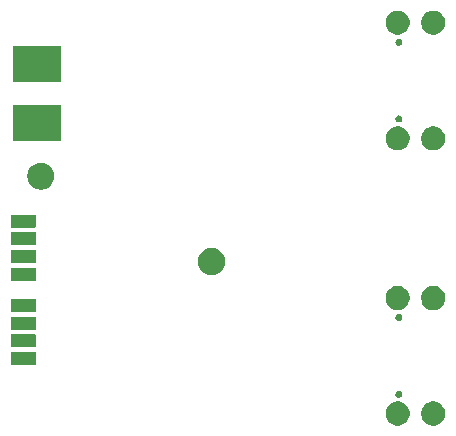
<source format=gbr>
G04 #@! TF.GenerationSoftware,KiCad,Pcbnew,9.0.2*
G04 #@! TF.CreationDate,2025-09-03T18:50:00+02:00*
G04 #@! TF.ProjectId,Afterburner_Nano,41667465-7262-4757-926e-65725f4e616e,rev?*
G04 #@! TF.SameCoordinates,Original*
G04 #@! TF.FileFunction,Soldermask,Bot*
G04 #@! TF.FilePolarity,Negative*
%FSLAX46Y46*%
G04 Gerber Fmt 4.6, Leading zero omitted, Abs format (unit mm)*
G04 Created by KiCad (PCBNEW 9.0.2) date 2025-09-03 18:50:00*
%MOMM*%
%LPD*%
G01*
G04 APERTURE LIST*
G04 APERTURE END LIST*
G36*
X207847832Y-51618179D02*
G01*
X208033653Y-51695149D01*
X208200888Y-51806891D01*
X208343109Y-51949112D01*
X208454851Y-52116347D01*
X208531821Y-52302168D01*
X208571060Y-52499434D01*
X208571060Y-52700566D01*
X208531821Y-52897832D01*
X208454851Y-53083653D01*
X208343109Y-53250888D01*
X208200888Y-53393109D01*
X208033653Y-53504851D01*
X207847832Y-53581821D01*
X207650566Y-53621060D01*
X207449434Y-53621060D01*
X207252168Y-53581821D01*
X207066347Y-53504851D01*
X206899112Y-53393109D01*
X206756891Y-53250888D01*
X206645149Y-53083653D01*
X206568179Y-52897832D01*
X206528940Y-52700566D01*
X206528940Y-52499434D01*
X206568179Y-52302168D01*
X206645149Y-52116347D01*
X206756891Y-51949112D01*
X206899112Y-51806891D01*
X207066347Y-51695149D01*
X207252168Y-51618179D01*
X207449434Y-51578940D01*
X207650566Y-51578940D01*
X207847832Y-51618179D01*
G37*
G36*
X210847832Y-51618179D02*
G01*
X211033653Y-51695149D01*
X211200888Y-51806891D01*
X211343109Y-51949112D01*
X211454851Y-52116347D01*
X211531821Y-52302168D01*
X211571060Y-52499434D01*
X211571060Y-52700566D01*
X211531821Y-52897832D01*
X211454851Y-53083653D01*
X211343109Y-53250888D01*
X211200888Y-53393109D01*
X211033653Y-53504851D01*
X210847832Y-53581821D01*
X210650566Y-53621060D01*
X210449434Y-53621060D01*
X210252168Y-53581821D01*
X210066347Y-53504851D01*
X209899112Y-53393109D01*
X209756891Y-53250888D01*
X209645149Y-53083653D01*
X209568179Y-52897832D01*
X209528940Y-52700566D01*
X209528940Y-52499434D01*
X209568179Y-52302168D01*
X209645149Y-52116347D01*
X209756891Y-51949112D01*
X209899112Y-51806891D01*
X210066347Y-51695149D01*
X210252168Y-51618179D01*
X210449434Y-51578940D01*
X210650566Y-51578940D01*
X210847832Y-51618179D01*
G37*
G36*
X207767101Y-50672293D02*
G01*
X207836281Y-50712234D01*
X207892766Y-50768719D01*
X207932707Y-50837899D01*
X207953382Y-50915059D01*
X207953382Y-50994941D01*
X207932707Y-51072101D01*
X207892766Y-51141281D01*
X207836281Y-51197766D01*
X207767101Y-51237707D01*
X207689941Y-51258382D01*
X207610059Y-51258382D01*
X207532899Y-51237707D01*
X207463719Y-51197766D01*
X207407234Y-51141281D01*
X207367293Y-51072101D01*
X207346618Y-50994941D01*
X207346618Y-50915059D01*
X207367293Y-50837899D01*
X207407234Y-50768719D01*
X207463719Y-50712234D01*
X207532899Y-50672293D01*
X207610059Y-50651618D01*
X207689941Y-50651618D01*
X207767101Y-50672293D01*
G37*
G36*
X176869517Y-47402882D02*
G01*
X176886062Y-47413938D01*
X176897118Y-47430483D01*
X176901000Y-47450000D01*
X176901000Y-48450000D01*
X176897118Y-48469517D01*
X176886062Y-48486062D01*
X176869517Y-48497118D01*
X176850000Y-48501000D01*
X174850000Y-48501000D01*
X174830483Y-48497118D01*
X174813938Y-48486062D01*
X174802882Y-48469517D01*
X174799000Y-48450000D01*
X174799000Y-47450000D01*
X174802882Y-47430483D01*
X174813938Y-47413938D01*
X174830483Y-47402882D01*
X174850000Y-47399000D01*
X176850000Y-47399000D01*
X176869517Y-47402882D01*
G37*
G36*
X176869517Y-45902882D02*
G01*
X176886062Y-45913938D01*
X176897118Y-45930483D01*
X176901000Y-45950000D01*
X176901000Y-46950000D01*
X176897118Y-46969517D01*
X176886062Y-46986062D01*
X176869517Y-46997118D01*
X176850000Y-47001000D01*
X174850000Y-47001000D01*
X174830483Y-46997118D01*
X174813938Y-46986062D01*
X174802882Y-46969517D01*
X174799000Y-46950000D01*
X174799000Y-45950000D01*
X174802882Y-45930483D01*
X174813938Y-45913938D01*
X174830483Y-45902882D01*
X174850000Y-45899000D01*
X176850000Y-45899000D01*
X176869517Y-45902882D01*
G37*
G36*
X176869517Y-44402882D02*
G01*
X176886062Y-44413938D01*
X176897118Y-44430483D01*
X176901000Y-44450000D01*
X176901000Y-45450000D01*
X176897118Y-45469517D01*
X176886062Y-45486062D01*
X176869517Y-45497118D01*
X176850000Y-45501000D01*
X174850000Y-45501000D01*
X174830483Y-45497118D01*
X174813938Y-45486062D01*
X174802882Y-45469517D01*
X174799000Y-45450000D01*
X174799000Y-44450000D01*
X174802882Y-44430483D01*
X174813938Y-44413938D01*
X174830483Y-44402882D01*
X174850000Y-44399000D01*
X176850000Y-44399000D01*
X176869517Y-44402882D01*
G37*
G36*
X207767101Y-44172293D02*
G01*
X207836281Y-44212234D01*
X207892766Y-44268719D01*
X207932707Y-44337899D01*
X207953382Y-44415059D01*
X207953382Y-44494941D01*
X207932707Y-44572101D01*
X207892766Y-44641281D01*
X207836281Y-44697766D01*
X207767101Y-44737707D01*
X207689941Y-44758382D01*
X207610059Y-44758382D01*
X207532899Y-44737707D01*
X207463719Y-44697766D01*
X207407234Y-44641281D01*
X207367293Y-44572101D01*
X207346618Y-44494941D01*
X207346618Y-44415059D01*
X207367293Y-44337899D01*
X207407234Y-44268719D01*
X207463719Y-44212234D01*
X207532899Y-44172293D01*
X207610059Y-44151618D01*
X207689941Y-44151618D01*
X207767101Y-44172293D01*
G37*
G36*
X176869517Y-42902882D02*
G01*
X176886062Y-42913938D01*
X176897118Y-42930483D01*
X176901000Y-42950000D01*
X176901000Y-43950000D01*
X176897118Y-43969517D01*
X176886062Y-43986062D01*
X176869517Y-43997118D01*
X176850000Y-44001000D01*
X174850000Y-44001000D01*
X174830483Y-43997118D01*
X174813938Y-43986062D01*
X174802882Y-43969517D01*
X174799000Y-43950000D01*
X174799000Y-42950000D01*
X174802882Y-42930483D01*
X174813938Y-42913938D01*
X174830483Y-42902882D01*
X174850000Y-42899000D01*
X176850000Y-42899000D01*
X176869517Y-42902882D01*
G37*
G36*
X207847832Y-41828179D02*
G01*
X208033653Y-41905149D01*
X208200888Y-42016891D01*
X208343109Y-42159112D01*
X208454851Y-42326347D01*
X208531821Y-42512168D01*
X208571060Y-42709434D01*
X208571060Y-42910566D01*
X208531821Y-43107832D01*
X208454851Y-43293653D01*
X208343109Y-43460888D01*
X208200888Y-43603109D01*
X208033653Y-43714851D01*
X207847832Y-43791821D01*
X207650566Y-43831060D01*
X207449434Y-43831060D01*
X207252168Y-43791821D01*
X207066347Y-43714851D01*
X206899112Y-43603109D01*
X206756891Y-43460888D01*
X206645149Y-43293653D01*
X206568179Y-43107832D01*
X206528940Y-42910566D01*
X206528940Y-42709434D01*
X206568179Y-42512168D01*
X206645149Y-42326347D01*
X206756891Y-42159112D01*
X206899112Y-42016891D01*
X207066347Y-41905149D01*
X207252168Y-41828179D01*
X207449434Y-41788940D01*
X207650566Y-41788940D01*
X207847832Y-41828179D01*
G37*
G36*
X210847832Y-41828179D02*
G01*
X211033653Y-41905149D01*
X211200888Y-42016891D01*
X211343109Y-42159112D01*
X211454851Y-42326347D01*
X211531821Y-42512168D01*
X211571060Y-42709434D01*
X211571060Y-42910566D01*
X211531821Y-43107832D01*
X211454851Y-43293653D01*
X211343109Y-43460888D01*
X211200888Y-43603109D01*
X211033653Y-43714851D01*
X210847832Y-43791821D01*
X210650566Y-43831060D01*
X210449434Y-43831060D01*
X210252168Y-43791821D01*
X210066347Y-43714851D01*
X209899112Y-43603109D01*
X209756891Y-43460888D01*
X209645149Y-43293653D01*
X209568179Y-43107832D01*
X209528940Y-42910566D01*
X209528940Y-42709434D01*
X209568179Y-42512168D01*
X209645149Y-42326347D01*
X209756891Y-42159112D01*
X209899112Y-42016891D01*
X210066347Y-41905149D01*
X210252168Y-41828179D01*
X210449434Y-41788940D01*
X210650566Y-41788940D01*
X210847832Y-41828179D01*
G37*
G36*
X176869517Y-40252882D02*
G01*
X176886062Y-40263938D01*
X176897118Y-40280483D01*
X176901000Y-40300000D01*
X176901000Y-41300000D01*
X176897118Y-41319517D01*
X176886062Y-41336062D01*
X176869517Y-41347118D01*
X176850000Y-41351000D01*
X174850000Y-41351000D01*
X174830483Y-41347118D01*
X174813938Y-41336062D01*
X174802882Y-41319517D01*
X174799000Y-41300000D01*
X174799000Y-40300000D01*
X174802882Y-40280483D01*
X174813938Y-40263938D01*
X174830483Y-40252882D01*
X174850000Y-40249000D01*
X176850000Y-40249000D01*
X176869517Y-40252882D01*
G37*
G36*
X192048696Y-38600802D02*
G01*
X192220469Y-38656615D01*
X192381396Y-38738611D01*
X192527515Y-38844773D01*
X192655227Y-38972485D01*
X192761389Y-39118604D01*
X192843385Y-39279531D01*
X192899198Y-39451304D01*
X192927452Y-39629694D01*
X192927452Y-39810306D01*
X192899198Y-39988696D01*
X192843385Y-40160469D01*
X192761389Y-40321396D01*
X192655227Y-40467515D01*
X192527515Y-40595227D01*
X192381396Y-40701389D01*
X192220469Y-40783385D01*
X192048696Y-40839198D01*
X191870306Y-40867452D01*
X191689694Y-40867452D01*
X191511304Y-40839198D01*
X191339531Y-40783385D01*
X191178604Y-40701389D01*
X191032485Y-40595227D01*
X190904773Y-40467515D01*
X190798611Y-40321396D01*
X190716615Y-40160469D01*
X190660802Y-39988696D01*
X190632548Y-39810306D01*
X190632548Y-39629694D01*
X190660802Y-39451304D01*
X190716615Y-39279531D01*
X190798611Y-39118604D01*
X190904773Y-38972485D01*
X191032485Y-38844773D01*
X191178604Y-38738611D01*
X191339531Y-38656615D01*
X191511304Y-38600802D01*
X191689694Y-38572548D01*
X191870306Y-38572548D01*
X192048696Y-38600802D01*
G37*
G36*
X176869517Y-38752882D02*
G01*
X176886062Y-38763938D01*
X176897118Y-38780483D01*
X176901000Y-38800000D01*
X176901000Y-39800000D01*
X176897118Y-39819517D01*
X176886062Y-39836062D01*
X176869517Y-39847118D01*
X176850000Y-39851000D01*
X174850000Y-39851000D01*
X174830483Y-39847118D01*
X174813938Y-39836062D01*
X174802882Y-39819517D01*
X174799000Y-39800000D01*
X174799000Y-38800000D01*
X174802882Y-38780483D01*
X174813938Y-38763938D01*
X174830483Y-38752882D01*
X174850000Y-38749000D01*
X176850000Y-38749000D01*
X176869517Y-38752882D01*
G37*
G36*
X176869517Y-37252882D02*
G01*
X176886062Y-37263938D01*
X176897118Y-37280483D01*
X176901000Y-37300000D01*
X176901000Y-38300000D01*
X176897118Y-38319517D01*
X176886062Y-38336062D01*
X176869517Y-38347118D01*
X176850000Y-38351000D01*
X174850000Y-38351000D01*
X174830483Y-38347118D01*
X174813938Y-38336062D01*
X174802882Y-38319517D01*
X174799000Y-38300000D01*
X174799000Y-37300000D01*
X174802882Y-37280483D01*
X174813938Y-37263938D01*
X174830483Y-37252882D01*
X174850000Y-37249000D01*
X176850000Y-37249000D01*
X176869517Y-37252882D01*
G37*
G36*
X176869517Y-35752882D02*
G01*
X176886062Y-35763938D01*
X176897118Y-35780483D01*
X176901000Y-35800000D01*
X176901000Y-36800000D01*
X176897118Y-36819517D01*
X176886062Y-36836062D01*
X176869517Y-36847118D01*
X176850000Y-36851000D01*
X174850000Y-36851000D01*
X174830483Y-36847118D01*
X174813938Y-36836062D01*
X174802882Y-36819517D01*
X174799000Y-36800000D01*
X174799000Y-35800000D01*
X174802882Y-35780483D01*
X174813938Y-35763938D01*
X174830483Y-35752882D01*
X174850000Y-35749000D01*
X176850000Y-35749000D01*
X176869517Y-35752882D01*
G37*
G36*
X177601434Y-31380802D02*
G01*
X177773207Y-31436615D01*
X177934134Y-31518611D01*
X178080253Y-31624773D01*
X178207965Y-31752485D01*
X178314127Y-31898604D01*
X178396123Y-32059531D01*
X178451936Y-32231304D01*
X178480190Y-32409694D01*
X178480190Y-32590306D01*
X178451936Y-32768696D01*
X178396123Y-32940469D01*
X178314127Y-33101396D01*
X178207965Y-33247515D01*
X178080253Y-33375227D01*
X177934134Y-33481389D01*
X177773207Y-33563385D01*
X177601434Y-33619198D01*
X177423044Y-33647452D01*
X177242432Y-33647452D01*
X177064042Y-33619198D01*
X176892269Y-33563385D01*
X176731342Y-33481389D01*
X176585223Y-33375227D01*
X176457511Y-33247515D01*
X176351349Y-33101396D01*
X176269353Y-32940469D01*
X176213540Y-32768696D01*
X176185286Y-32590306D01*
X176185286Y-32409694D01*
X176213540Y-32231304D01*
X176269353Y-32059531D01*
X176351349Y-31898604D01*
X176457511Y-31752485D01*
X176585223Y-31624773D01*
X176731342Y-31518611D01*
X176892269Y-31436615D01*
X177064042Y-31380802D01*
X177242432Y-31352548D01*
X177423044Y-31352548D01*
X177601434Y-31380802D01*
G37*
G36*
X207847832Y-28313179D02*
G01*
X208033653Y-28390149D01*
X208200888Y-28501891D01*
X208343109Y-28644112D01*
X208454851Y-28811347D01*
X208531821Y-28997168D01*
X208571060Y-29194434D01*
X208571060Y-29395566D01*
X208531821Y-29592832D01*
X208454851Y-29778653D01*
X208343109Y-29945888D01*
X208200888Y-30088109D01*
X208033653Y-30199851D01*
X207847832Y-30276821D01*
X207650566Y-30316060D01*
X207449434Y-30316060D01*
X207252168Y-30276821D01*
X207066347Y-30199851D01*
X206899112Y-30088109D01*
X206756891Y-29945888D01*
X206645149Y-29778653D01*
X206568179Y-29592832D01*
X206528940Y-29395566D01*
X206528940Y-29194434D01*
X206568179Y-28997168D01*
X206645149Y-28811347D01*
X206756891Y-28644112D01*
X206899112Y-28501891D01*
X207066347Y-28390149D01*
X207252168Y-28313179D01*
X207449434Y-28273940D01*
X207650566Y-28273940D01*
X207847832Y-28313179D01*
G37*
G36*
X210847832Y-28313179D02*
G01*
X211033653Y-28390149D01*
X211200888Y-28501891D01*
X211343109Y-28644112D01*
X211454851Y-28811347D01*
X211531821Y-28997168D01*
X211571060Y-29194434D01*
X211571060Y-29395566D01*
X211531821Y-29592832D01*
X211454851Y-29778653D01*
X211343109Y-29945888D01*
X211200888Y-30088109D01*
X211033653Y-30199851D01*
X210847832Y-30276821D01*
X210650566Y-30316060D01*
X210449434Y-30316060D01*
X210252168Y-30276821D01*
X210066347Y-30199851D01*
X209899112Y-30088109D01*
X209756891Y-29945888D01*
X209645149Y-29778653D01*
X209568179Y-29592832D01*
X209528940Y-29395566D01*
X209528940Y-29194434D01*
X209568179Y-28997168D01*
X209645149Y-28811347D01*
X209756891Y-28644112D01*
X209899112Y-28501891D01*
X210066347Y-28390149D01*
X210252168Y-28313179D01*
X210449434Y-28273940D01*
X210650566Y-28273940D01*
X210847832Y-28313179D01*
G37*
G36*
X179025932Y-26454741D02*
G01*
X179031554Y-26456568D01*
X179032075Y-26457286D01*
X179039598Y-26460402D01*
X179046570Y-26477236D01*
X179053301Y-26486499D01*
X179055092Y-26497807D01*
X179056000Y-26500000D01*
X179056000Y-26503541D01*
X179056000Y-28500000D01*
X179056000Y-29500000D01*
X179045254Y-29525941D01*
X179043431Y-29531554D01*
X179042714Y-29532074D01*
X179039598Y-29539598D01*
X179022761Y-29546571D01*
X179013500Y-29553301D01*
X179002192Y-29555091D01*
X179000000Y-29556000D01*
X178000000Y-29556000D01*
X177000000Y-29556000D01*
X176000000Y-29556000D01*
X175007128Y-29556000D01*
X175000000Y-29556000D01*
X174974061Y-29545255D01*
X174968445Y-29543431D01*
X174967923Y-29542713D01*
X174960402Y-29539598D01*
X174953429Y-29522764D01*
X174946698Y-29513500D01*
X174944907Y-29502191D01*
X174944000Y-29500000D01*
X174944000Y-28500000D01*
X174944000Y-26507127D01*
X174944000Y-26500000D01*
X174954739Y-26474071D01*
X174956568Y-26468445D01*
X174957286Y-26467922D01*
X174960402Y-26460402D01*
X174977233Y-26453430D01*
X174986499Y-26446698D01*
X174997809Y-26444907D01*
X175000000Y-26444000D01*
X176000000Y-26444000D01*
X178992872Y-26444000D01*
X179000000Y-26444000D01*
X179025932Y-26454741D01*
G37*
G36*
X207767101Y-27367293D02*
G01*
X207836281Y-27407234D01*
X207892766Y-27463719D01*
X207932707Y-27532899D01*
X207953382Y-27610059D01*
X207953382Y-27689941D01*
X207932707Y-27767101D01*
X207892766Y-27836281D01*
X207836281Y-27892766D01*
X207767101Y-27932707D01*
X207689941Y-27953382D01*
X207610059Y-27953382D01*
X207532899Y-27932707D01*
X207463719Y-27892766D01*
X207407234Y-27836281D01*
X207367293Y-27767101D01*
X207346618Y-27689941D01*
X207346618Y-27610059D01*
X207367293Y-27532899D01*
X207407234Y-27463719D01*
X207463719Y-27407234D01*
X207532899Y-27367293D01*
X207610059Y-27346618D01*
X207689941Y-27346618D01*
X207767101Y-27367293D01*
G37*
G36*
X179025932Y-21454741D02*
G01*
X179031554Y-21456568D01*
X179032075Y-21457286D01*
X179039598Y-21460402D01*
X179046570Y-21477236D01*
X179053301Y-21486499D01*
X179055092Y-21497807D01*
X179056000Y-21500000D01*
X179056000Y-21503541D01*
X179056000Y-23500000D01*
X179056000Y-24500000D01*
X179045254Y-24525941D01*
X179043431Y-24531554D01*
X179042714Y-24532074D01*
X179039598Y-24539598D01*
X179022761Y-24546571D01*
X179013500Y-24553301D01*
X179002192Y-24555091D01*
X179000000Y-24556000D01*
X178000000Y-24556000D01*
X177000000Y-24556000D01*
X176000000Y-24556000D01*
X175007128Y-24556000D01*
X175000000Y-24556000D01*
X174974061Y-24545255D01*
X174968445Y-24543431D01*
X174967923Y-24542713D01*
X174960402Y-24539598D01*
X174953429Y-24522764D01*
X174946698Y-24513500D01*
X174944907Y-24502191D01*
X174944000Y-24500000D01*
X174944000Y-23500000D01*
X174944000Y-21507127D01*
X174944000Y-21500000D01*
X174954739Y-21474071D01*
X174956568Y-21468445D01*
X174957286Y-21467922D01*
X174960402Y-21460402D01*
X174977233Y-21453430D01*
X174986499Y-21446698D01*
X174997809Y-21444907D01*
X175000000Y-21444000D01*
X176000000Y-21444000D01*
X178992872Y-21444000D01*
X179000000Y-21444000D01*
X179025932Y-21454741D01*
G37*
G36*
X207767101Y-20867293D02*
G01*
X207836281Y-20907234D01*
X207892766Y-20963719D01*
X207932707Y-21032899D01*
X207953382Y-21110059D01*
X207953382Y-21189941D01*
X207932707Y-21267101D01*
X207892766Y-21336281D01*
X207836281Y-21392766D01*
X207767101Y-21432707D01*
X207689941Y-21453382D01*
X207610059Y-21453382D01*
X207532899Y-21432707D01*
X207463719Y-21392766D01*
X207407234Y-21336281D01*
X207367293Y-21267101D01*
X207346618Y-21189941D01*
X207346618Y-21110059D01*
X207367293Y-21032899D01*
X207407234Y-20963719D01*
X207463719Y-20907234D01*
X207532899Y-20867293D01*
X207610059Y-20846618D01*
X207689941Y-20846618D01*
X207767101Y-20867293D01*
G37*
G36*
X207847832Y-18523179D02*
G01*
X208033653Y-18600149D01*
X208200888Y-18711891D01*
X208343109Y-18854112D01*
X208454851Y-19021347D01*
X208531821Y-19207168D01*
X208571060Y-19404434D01*
X208571060Y-19605566D01*
X208531821Y-19802832D01*
X208454851Y-19988653D01*
X208343109Y-20155888D01*
X208200888Y-20298109D01*
X208033653Y-20409851D01*
X207847832Y-20486821D01*
X207650566Y-20526060D01*
X207449434Y-20526060D01*
X207252168Y-20486821D01*
X207066347Y-20409851D01*
X206899112Y-20298109D01*
X206756891Y-20155888D01*
X206645149Y-19988653D01*
X206568179Y-19802832D01*
X206528940Y-19605566D01*
X206528940Y-19404434D01*
X206568179Y-19207168D01*
X206645149Y-19021347D01*
X206756891Y-18854112D01*
X206899112Y-18711891D01*
X207066347Y-18600149D01*
X207252168Y-18523179D01*
X207449434Y-18483940D01*
X207650566Y-18483940D01*
X207847832Y-18523179D01*
G37*
G36*
X210847832Y-18523179D02*
G01*
X211033653Y-18600149D01*
X211200888Y-18711891D01*
X211343109Y-18854112D01*
X211454851Y-19021347D01*
X211531821Y-19207168D01*
X211571060Y-19404434D01*
X211571060Y-19605566D01*
X211531821Y-19802832D01*
X211454851Y-19988653D01*
X211343109Y-20155888D01*
X211200888Y-20298109D01*
X211033653Y-20409851D01*
X210847832Y-20486821D01*
X210650566Y-20526060D01*
X210449434Y-20526060D01*
X210252168Y-20486821D01*
X210066347Y-20409851D01*
X209899112Y-20298109D01*
X209756891Y-20155888D01*
X209645149Y-19988653D01*
X209568179Y-19802832D01*
X209528940Y-19605566D01*
X209528940Y-19404434D01*
X209568179Y-19207168D01*
X209645149Y-19021347D01*
X209756891Y-18854112D01*
X209899112Y-18711891D01*
X210066347Y-18600149D01*
X210252168Y-18523179D01*
X210449434Y-18483940D01*
X210650566Y-18483940D01*
X210847832Y-18523179D01*
G37*
M02*

</source>
